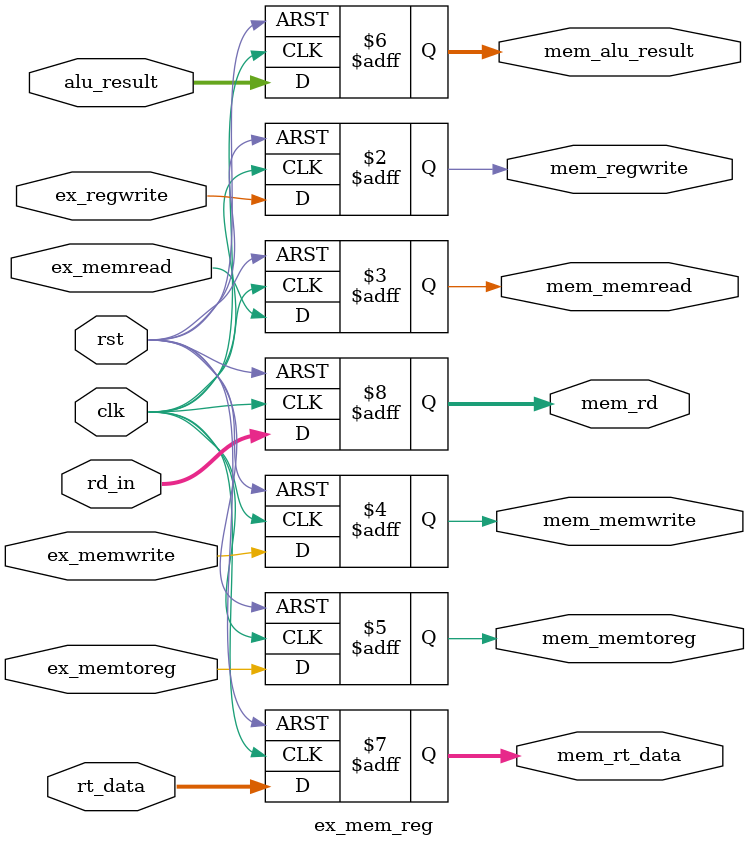
<source format=v>
module ex_mem_reg (
  input  wire        clk,
  input  wire        rst,

  input  wire        ex_regwrite,
  input  wire        ex_memread,
  input  wire        ex_memwrite,
  input  wire        ex_memtoreg,

  input  wire [31:0] alu_result,
  input  wire [31:0] rt_data,
  input  wire [4:0]  rd_in,

  output reg         mem_regwrite,
  output reg         mem_memread,
  output reg         mem_memwrite,
  output reg         mem_memtoreg,
  output reg  [31:0] mem_alu_result,
  output reg  [31:0] mem_rt_data,
  output reg  [4:0]  mem_rd
);

always @(posedge clk or posedge rst) begin
  if (rst) begin
    mem_regwrite   <= 0;
    mem_memread    <= 0;
    mem_memwrite   <= 0;
    mem_memtoreg   <= 0;
    mem_alu_result <= 0;
    mem_rt_data    <= 0;
    mem_rd         <= 0;
  end
  else begin
    mem_regwrite   <= ex_regwrite;
    mem_memread    <= ex_memread;
    mem_memwrite   <= ex_memwrite;
    mem_memtoreg   <= ex_memtoreg;
    mem_alu_result <= alu_result;
    mem_rt_data    <= rt_data;
    mem_rd         <= rd_in;
  end
end

endmodule

</source>
